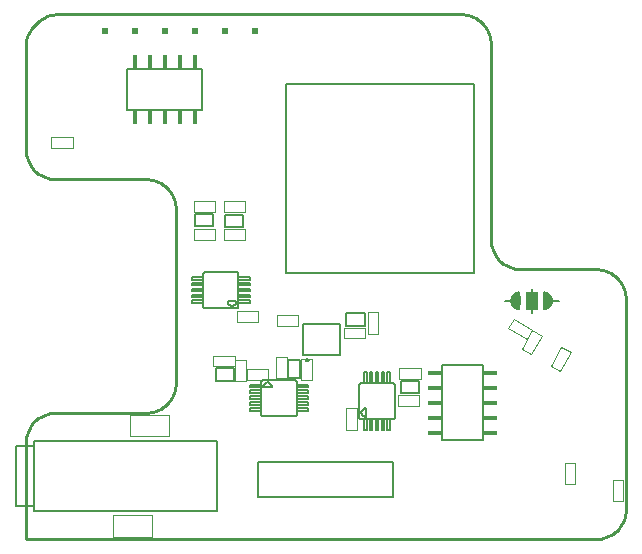
<source format=gbr>
G04 EAGLE Gerber RS-274X export*
G75*
%MOMM*%
%FSLAX34Y34*%
%LPD*%
%INReference Designators*%
%IPPOS*%
%AMOC8*
5,1,8,0,0,1.08239X$1,22.5*%
G01*
%ADD10C,0.050000*%
%ADD11C,0.127000*%
%ADD12R,0.406400X1.206500*%
%ADD13R,1.206500X0.406400*%
%ADD14C,0.200000*%
%ADD15C,0.152400*%
%ADD16R,1.016000X1.524000*%
%ADD17R,0.609600X0.609600*%
%ADD18C,0.050800*%
%ADD19C,0.254000*%


D10*
X333358Y122102D02*
X333358Y113102D01*
X315358Y113102D01*
X315358Y122102D01*
X333358Y122102D01*
X334374Y135962D02*
X334374Y144962D01*
X334374Y135962D02*
X316374Y135962D01*
X316374Y144962D01*
X334374Y144962D01*
X287638Y170252D02*
X287638Y179252D01*
X287638Y170252D02*
X269638Y170252D01*
X269638Y179252D01*
X287638Y179252D01*
X289632Y192134D02*
X298632Y192134D01*
X298632Y174134D01*
X289632Y174134D01*
X289632Y192134D01*
X142130Y277440D02*
X142130Y286440D01*
X160130Y286440D01*
X160130Y277440D01*
X142130Y277440D01*
X142130Y262310D02*
X142130Y253310D01*
X142130Y262310D02*
X160130Y262310D01*
X160130Y253310D01*
X142130Y253310D01*
X185530Y253310D02*
X185530Y262310D01*
X185530Y253310D02*
X167530Y253310D01*
X167530Y262310D01*
X185530Y262310D01*
X185530Y277440D02*
X185530Y286440D01*
X185530Y277440D02*
X167530Y277440D01*
X167530Y286440D01*
X185530Y286440D01*
X233498Y152510D02*
X242498Y152510D01*
X242498Y134510D01*
X233498Y134510D01*
X233498Y152510D01*
X221162Y154288D02*
X212162Y154288D01*
X221162Y154288D02*
X221162Y136288D01*
X212162Y136288D01*
X212162Y154288D01*
X230742Y180920D02*
X230742Y189920D01*
X230742Y180920D02*
X212742Y180920D01*
X212742Y189920D01*
X230742Y189920D01*
D11*
X149352Y363855D02*
X149352Y398145D01*
X149352Y363855D02*
X85852Y363855D01*
X85852Y398145D02*
X149352Y398145D01*
X85852Y398145D02*
X85852Y363855D01*
D12*
X117602Y404178D03*
X130302Y404178D03*
X143002Y404178D03*
X104902Y404178D03*
X92202Y404178D03*
X117602Y357823D03*
X104902Y357823D03*
X92202Y357823D03*
X130302Y357823D03*
X143002Y357823D03*
D11*
X197000Y65500D02*
X311000Y65500D01*
X311000Y36100D01*
X197000Y36100D01*
X197000Y65500D01*
X352679Y83820D02*
X386969Y83820D01*
X352679Y83820D02*
X352679Y147320D01*
X386969Y147320D02*
X386969Y83820D01*
X386969Y147320D02*
X352679Y147320D01*
D13*
X393002Y115570D03*
X393002Y102870D03*
X393002Y90170D03*
X393002Y128270D03*
X393002Y140970D03*
X346647Y115570D03*
X346647Y128270D03*
X346647Y140970D03*
X346647Y102870D03*
X346647Y90170D03*
D11*
X234444Y155910D02*
X234444Y181910D01*
X266444Y181910D01*
X266444Y155910D01*
X234444Y155910D01*
D14*
X237444Y151910D02*
X237446Y151973D01*
X237452Y152035D01*
X237462Y152097D01*
X237475Y152159D01*
X237493Y152219D01*
X237514Y152278D01*
X237539Y152336D01*
X237568Y152392D01*
X237600Y152446D01*
X237635Y152498D01*
X237673Y152547D01*
X237715Y152595D01*
X237759Y152639D01*
X237807Y152681D01*
X237856Y152719D01*
X237908Y152754D01*
X237962Y152786D01*
X238018Y152815D01*
X238076Y152840D01*
X238135Y152861D01*
X238195Y152879D01*
X238257Y152892D01*
X238319Y152902D01*
X238381Y152908D01*
X238444Y152910D01*
X238507Y152908D01*
X238569Y152902D01*
X238631Y152892D01*
X238693Y152879D01*
X238753Y152861D01*
X238812Y152840D01*
X238870Y152815D01*
X238926Y152786D01*
X238980Y152754D01*
X239032Y152719D01*
X239081Y152681D01*
X239129Y152639D01*
X239173Y152595D01*
X239215Y152547D01*
X239253Y152498D01*
X239288Y152446D01*
X239320Y152392D01*
X239349Y152336D01*
X239374Y152278D01*
X239395Y152219D01*
X239413Y152159D01*
X239426Y152097D01*
X239436Y152035D01*
X239442Y151973D01*
X239444Y151910D01*
X239442Y151847D01*
X239436Y151785D01*
X239426Y151723D01*
X239413Y151661D01*
X239395Y151601D01*
X239374Y151542D01*
X239349Y151484D01*
X239320Y151428D01*
X239288Y151374D01*
X239253Y151322D01*
X239215Y151273D01*
X239173Y151225D01*
X239129Y151181D01*
X239081Y151139D01*
X239032Y151101D01*
X238980Y151066D01*
X238926Y151034D01*
X238870Y151005D01*
X238812Y150980D01*
X238753Y150959D01*
X238693Y150941D01*
X238631Y150928D01*
X238569Y150918D01*
X238507Y150912D01*
X238444Y150910D01*
X238381Y150912D01*
X238319Y150918D01*
X238257Y150928D01*
X238195Y150941D01*
X238135Y150959D01*
X238076Y150980D01*
X238018Y151005D01*
X237962Y151034D01*
X237908Y151066D01*
X237856Y151101D01*
X237807Y151139D01*
X237759Y151181D01*
X237715Y151225D01*
X237673Y151273D01*
X237635Y151322D01*
X237600Y151374D01*
X237568Y151428D01*
X237539Y151484D01*
X237514Y151542D01*
X237493Y151601D01*
X237475Y151661D01*
X237462Y151723D01*
X237452Y151785D01*
X237446Y151847D01*
X237444Y151910D01*
D15*
X446108Y202075D02*
X451188Y202066D01*
X410548Y202137D02*
X405468Y202146D01*
X428341Y209726D02*
X428346Y212266D01*
X428315Y194486D02*
X428310Y191946D01*
D11*
X439109Y195131D02*
X438488Y202088D01*
X438489Y202088D02*
X438489Y202088D01*
X439134Y209043D01*
X439304Y209025D01*
X439474Y209003D01*
X439642Y208977D01*
X439811Y208947D01*
X439978Y208912D01*
X440144Y208874D01*
X440310Y208831D01*
X440474Y208785D01*
X440637Y208734D01*
X440799Y208679D01*
X440960Y208621D01*
X441119Y208559D01*
X441276Y208492D01*
X441432Y208422D01*
X441586Y208348D01*
X441738Y208271D01*
X441889Y208189D01*
X442037Y208104D01*
X442183Y208016D01*
X442327Y207924D01*
X442468Y207828D01*
X442608Y207729D01*
X442744Y207626D01*
X442879Y207521D01*
X443010Y207412D01*
X443139Y207299D01*
X443265Y207184D01*
X443388Y207066D01*
X443509Y206944D01*
X443626Y206820D01*
X443740Y206693D01*
X443851Y206563D01*
X443959Y206431D01*
X444064Y206296D01*
X444165Y206158D01*
X444263Y206018D01*
X444357Y205875D01*
X444448Y205731D01*
X444535Y205584D01*
X444619Y205435D01*
X444699Y205284D01*
X444775Y205131D01*
X444848Y204976D01*
X444917Y204820D01*
X444981Y204662D01*
X445042Y204502D01*
X445100Y204341D01*
X445153Y204179D01*
X445202Y204015D01*
X445247Y203851D01*
X445288Y203685D01*
X445325Y203518D01*
X445358Y203350D01*
X445387Y203182D01*
X445412Y203013D01*
X445432Y202843D01*
X445448Y202673D01*
X445461Y202503D01*
X445469Y202332D01*
X445473Y202161D01*
X445472Y201990D01*
X445468Y201820D01*
X445459Y201649D01*
X445446Y201479D01*
X445429Y201309D01*
X445408Y201139D01*
X445383Y200970D01*
X445354Y200802D01*
X445320Y200634D01*
X445282Y200468D01*
X445241Y200302D01*
X445195Y200137D01*
X445145Y199974D01*
X445092Y199812D01*
X445034Y199651D01*
X444972Y199491D01*
X444907Y199334D01*
X444838Y199177D01*
X444765Y199023D01*
X444688Y198870D01*
X444607Y198720D01*
X444523Y198571D01*
X444435Y198424D01*
X444344Y198280D01*
X444249Y198138D01*
X444151Y197998D01*
X444049Y197861D01*
X443944Y197726D01*
X443835Y197594D01*
X443724Y197465D01*
X443609Y197338D01*
X443492Y197214D01*
X443371Y197093D01*
X443247Y196975D01*
X443121Y196860D01*
X442992Y196749D01*
X442860Y196640D01*
X442725Y196535D01*
X442588Y196433D01*
X442448Y196334D01*
X442306Y196239D01*
X442162Y196147D01*
X442016Y196059D01*
X441867Y195975D01*
X441717Y195894D01*
X441564Y195817D01*
X441410Y195744D01*
X441254Y195674D01*
X441096Y195608D01*
X440937Y195546D01*
X440776Y195488D01*
X440614Y195434D01*
X440451Y195384D01*
X440286Y195338D01*
X440121Y195296D01*
X439954Y195259D01*
X439787Y195225D01*
X439618Y195195D01*
X439449Y195169D01*
X439280Y195148D01*
X439110Y195131D01*
X439112Y196343D01*
X439261Y196361D01*
X439410Y196383D01*
X439559Y196409D01*
X439707Y196439D01*
X439854Y196473D01*
X440000Y196510D01*
X440145Y196552D01*
X440289Y196597D01*
X440431Y196645D01*
X440572Y196698D01*
X440712Y196754D01*
X440851Y196814D01*
X440987Y196877D01*
X441123Y196944D01*
X441256Y197015D01*
X441387Y197089D01*
X441517Y197166D01*
X441644Y197247D01*
X441769Y197331D01*
X441892Y197418D01*
X442013Y197508D01*
X442131Y197602D01*
X442247Y197698D01*
X442360Y197798D01*
X442471Y197900D01*
X442579Y198006D01*
X442684Y198114D01*
X442786Y198225D01*
X442885Y198338D01*
X442981Y198454D01*
X443075Y198573D01*
X443165Y198693D01*
X443252Y198817D01*
X443336Y198942D01*
X443416Y199069D01*
X443493Y199199D01*
X443567Y199331D01*
X443637Y199464D01*
X443704Y199599D01*
X443767Y199736D01*
X443826Y199875D01*
X443882Y200015D01*
X443934Y200156D01*
X443983Y200299D01*
X444028Y200443D01*
X444069Y200588D01*
X444106Y200734D01*
X444139Y200881D01*
X444169Y201029D01*
X444195Y201177D01*
X444217Y201326D01*
X444235Y201476D01*
X444249Y201626D01*
X444259Y201777D01*
X444265Y201927D01*
X444267Y202078D01*
X444265Y202229D01*
X444260Y202379D01*
X444250Y202530D01*
X444237Y202680D01*
X444219Y202830D01*
X444198Y202979D01*
X444173Y203128D01*
X444144Y203275D01*
X444111Y203423D01*
X444074Y203569D01*
X444034Y203714D01*
X443989Y203858D01*
X443941Y204001D01*
X443889Y204143D01*
X443834Y204283D01*
X443775Y204422D01*
X443712Y204559D01*
X443646Y204694D01*
X443576Y204828D01*
X443503Y204960D01*
X443426Y205089D01*
X443347Y205217D01*
X443263Y205343D01*
X443177Y205466D01*
X443087Y205587D01*
X442994Y205706D01*
X442898Y205823D01*
X442799Y205936D01*
X442697Y206047D01*
X442593Y206156D01*
X442485Y206262D01*
X442375Y206364D01*
X442262Y206464D01*
X442147Y206561D01*
X442029Y206655D01*
X441908Y206746D01*
X441786Y206834D01*
X441661Y206918D01*
X441534Y206999D01*
X441405Y207077D01*
X441274Y207151D01*
X441140Y207222D01*
X441006Y207290D01*
X440869Y207354D01*
X440731Y207414D01*
X440591Y207471D01*
X440450Y207524D01*
X440308Y207573D01*
X440164Y207619D01*
X440019Y207660D01*
X439873Y207699D01*
X439726Y207733D01*
X439579Y207763D01*
X439430Y207790D01*
X439281Y207812D01*
X439132Y207831D01*
X439129Y206616D01*
X439261Y206595D01*
X439392Y206571D01*
X439523Y206542D01*
X439653Y206510D01*
X439781Y206474D01*
X439909Y206435D01*
X440035Y206391D01*
X440160Y206344D01*
X440284Y206294D01*
X440406Y206239D01*
X440527Y206181D01*
X440645Y206120D01*
X440762Y206055D01*
X440877Y205987D01*
X440990Y205916D01*
X441101Y205841D01*
X441209Y205763D01*
X441316Y205682D01*
X441419Y205598D01*
X441521Y205511D01*
X441619Y205421D01*
X441716Y205328D01*
X441809Y205232D01*
X441899Y205134D01*
X441987Y205033D01*
X442071Y204929D01*
X442153Y204823D01*
X442231Y204715D01*
X442306Y204604D01*
X442378Y204492D01*
X442447Y204377D01*
X442512Y204261D01*
X442574Y204142D01*
X442632Y204022D01*
X442687Y203900D01*
X442738Y203776D01*
X442785Y203651D01*
X442829Y203525D01*
X442869Y203398D01*
X442906Y203269D01*
X442938Y203140D01*
X442967Y203009D01*
X442992Y202878D01*
X443013Y202746D01*
X443031Y202613D01*
X443044Y202480D01*
X443054Y202347D01*
X443059Y202214D01*
X443061Y202080D01*
X443059Y201946D01*
X443053Y201813D01*
X443043Y201680D01*
X443029Y201547D01*
X443011Y201414D01*
X442989Y201282D01*
X442964Y201151D01*
X442935Y201021D01*
X442902Y200891D01*
X442865Y200763D01*
X442824Y200636D01*
X442780Y200510D01*
X442732Y200385D01*
X442680Y200262D01*
X442625Y200140D01*
X442567Y200020D01*
X442504Y199901D01*
X442439Y199785D01*
X442370Y199671D01*
X442298Y199558D01*
X442222Y199448D01*
X442143Y199340D01*
X442061Y199234D01*
X441976Y199131D01*
X441889Y199030D01*
X441798Y198932D01*
X441704Y198837D01*
X441608Y198744D01*
X441509Y198655D01*
X441407Y198568D01*
X441303Y198484D01*
X441197Y198403D01*
X441088Y198326D01*
X440977Y198252D01*
X440864Y198180D01*
X440748Y198113D01*
X440631Y198048D01*
X440512Y197987D01*
X440392Y197930D01*
X440269Y197876D01*
X440145Y197826D01*
X440020Y197779D01*
X439894Y197736D01*
X439766Y197697D01*
X439637Y197662D01*
X439507Y197630D01*
X439377Y197602D01*
X439245Y197578D01*
X439113Y197558D01*
X439113Y198780D01*
X439226Y198803D01*
X439338Y198830D01*
X439448Y198861D01*
X439558Y198896D01*
X439666Y198934D01*
X439773Y198976D01*
X439879Y199022D01*
X439982Y199071D01*
X440084Y199124D01*
X440185Y199180D01*
X440283Y199239D01*
X440379Y199302D01*
X440473Y199368D01*
X440565Y199438D01*
X440654Y199510D01*
X440741Y199586D01*
X440825Y199664D01*
X440906Y199745D01*
X440985Y199829D01*
X441060Y199915D01*
X441133Y200004D01*
X441202Y200096D01*
X441269Y200190D01*
X441332Y200286D01*
X441392Y200384D01*
X441448Y200484D01*
X441501Y200586D01*
X441551Y200689D01*
X441597Y200795D01*
X441639Y200902D01*
X441678Y201010D01*
X441713Y201119D01*
X441744Y201230D01*
X441771Y201341D01*
X441795Y201454D01*
X441814Y201567D01*
X441830Y201681D01*
X441842Y201795D01*
X441850Y201910D01*
X441854Y202025D01*
X441855Y202140D01*
X441851Y202254D01*
X441843Y202369D01*
X441832Y202483D01*
X441816Y202597D01*
X441797Y202711D01*
X441774Y202823D01*
X441747Y202935D01*
X441716Y203045D01*
X441681Y203155D01*
X441643Y203263D01*
X441601Y203370D01*
X441556Y203476D01*
X441507Y203580D01*
X441454Y203682D01*
X441398Y203782D01*
X441338Y203880D01*
X441275Y203977D01*
X441209Y204071D01*
X441140Y204162D01*
X441068Y204252D01*
X440992Y204338D01*
X440914Y204423D01*
X440833Y204504D01*
X440749Y204583D01*
X440663Y204658D01*
X440574Y204731D01*
X440483Y204801D01*
X440389Y204867D01*
X440293Y204930D01*
X440195Y204990D01*
X440095Y205047D01*
X439993Y205100D01*
X439889Y205150D01*
X439784Y205196D01*
X439677Y205238D01*
X439569Y205277D01*
X439460Y205312D01*
X439349Y205343D01*
X439237Y205371D01*
X439125Y205394D01*
X439118Y204155D01*
X439205Y204127D01*
X439291Y204094D01*
X439376Y204058D01*
X439459Y204019D01*
X439540Y203976D01*
X439619Y203929D01*
X439697Y203879D01*
X439772Y203826D01*
X439845Y203770D01*
X439915Y203711D01*
X439983Y203649D01*
X440048Y203584D01*
X440110Y203516D01*
X440169Y203446D01*
X440226Y203373D01*
X440279Y203298D01*
X440328Y203220D01*
X440375Y203141D01*
X440418Y203060D01*
X440458Y202977D01*
X440494Y202892D01*
X440526Y202806D01*
X440555Y202719D01*
X440580Y202630D01*
X440601Y202541D01*
X440618Y202450D01*
X440632Y202359D01*
X440641Y202268D01*
X440647Y202176D01*
X440649Y202084D01*
X440647Y201992D01*
X440641Y201900D01*
X440631Y201809D01*
X440617Y201718D01*
X440599Y201628D01*
X440578Y201538D01*
X440553Y201450D01*
X440524Y201363D01*
X440491Y201277D01*
X440455Y201192D01*
X440415Y201109D01*
X440371Y201028D01*
X440325Y200949D01*
X440274Y200872D01*
X440221Y200797D01*
X440165Y200724D01*
X440105Y200654D01*
X440043Y200587D01*
X439977Y200522D01*
X439909Y200460D01*
X439839Y200401D01*
X439766Y200345D01*
X439690Y200292D01*
X439613Y200243D01*
X439533Y200197D01*
X439452Y200154D01*
X439369Y200115D01*
X439284Y200079D01*
X439198Y200047D01*
X439110Y200019D01*
X439076Y201335D01*
X439122Y201374D01*
X439165Y201415D01*
X439206Y201458D01*
X439244Y201504D01*
X439279Y201553D01*
X439311Y201603D01*
X439339Y201655D01*
X439365Y201709D01*
X439387Y201765D01*
X439405Y201821D01*
X439420Y201879D01*
X439431Y201938D01*
X439439Y201997D01*
X439442Y202057D01*
X439443Y202116D01*
X439439Y202176D01*
X439432Y202235D01*
X439421Y202294D01*
X439406Y202351D01*
X439388Y202408D01*
X439366Y202464D01*
X439341Y202518D01*
X439312Y202570D01*
X439281Y202621D01*
X439246Y202669D01*
X439208Y202715D01*
X439167Y202759D01*
X439124Y202800D01*
X439079Y202839D01*
X417547Y209081D02*
X418168Y202124D01*
X418167Y202124D02*
X418167Y202124D01*
X417522Y195169D01*
X417352Y195187D01*
X417182Y195209D01*
X417014Y195235D01*
X416845Y195265D01*
X416678Y195300D01*
X416512Y195338D01*
X416346Y195381D01*
X416182Y195427D01*
X416019Y195478D01*
X415857Y195533D01*
X415696Y195591D01*
X415537Y195653D01*
X415380Y195720D01*
X415224Y195790D01*
X415070Y195864D01*
X414918Y195941D01*
X414767Y196023D01*
X414619Y196108D01*
X414473Y196196D01*
X414329Y196288D01*
X414188Y196384D01*
X414048Y196483D01*
X413912Y196586D01*
X413777Y196691D01*
X413646Y196800D01*
X413517Y196913D01*
X413391Y197028D01*
X413268Y197146D01*
X413147Y197268D01*
X413030Y197392D01*
X412916Y197519D01*
X412805Y197649D01*
X412697Y197781D01*
X412592Y197916D01*
X412491Y198054D01*
X412393Y198194D01*
X412299Y198337D01*
X412208Y198481D01*
X412121Y198628D01*
X412037Y198777D01*
X411957Y198928D01*
X411881Y199081D01*
X411808Y199236D01*
X411739Y199392D01*
X411675Y199550D01*
X411614Y199710D01*
X411556Y199871D01*
X411503Y200033D01*
X411454Y200197D01*
X411409Y200361D01*
X411368Y200527D01*
X411331Y200694D01*
X411298Y200862D01*
X411269Y201030D01*
X411244Y201199D01*
X411224Y201369D01*
X411208Y201539D01*
X411195Y201709D01*
X411187Y201880D01*
X411183Y202051D01*
X411184Y202222D01*
X411188Y202392D01*
X411197Y202563D01*
X411210Y202733D01*
X411227Y202903D01*
X411248Y203073D01*
X411273Y203242D01*
X411302Y203410D01*
X411336Y203578D01*
X411374Y203744D01*
X411415Y203910D01*
X411461Y204075D01*
X411511Y204238D01*
X411564Y204400D01*
X411622Y204561D01*
X411684Y204721D01*
X411749Y204878D01*
X411818Y205035D01*
X411891Y205189D01*
X411968Y205342D01*
X412049Y205492D01*
X412133Y205641D01*
X412221Y205788D01*
X412312Y205932D01*
X412407Y206074D01*
X412505Y206214D01*
X412607Y206351D01*
X412712Y206486D01*
X412821Y206618D01*
X412932Y206747D01*
X413047Y206874D01*
X413164Y206998D01*
X413285Y207119D01*
X413409Y207237D01*
X413535Y207352D01*
X413664Y207463D01*
X413796Y207572D01*
X413931Y207677D01*
X414068Y207779D01*
X414208Y207878D01*
X414350Y207973D01*
X414494Y208065D01*
X414640Y208153D01*
X414789Y208237D01*
X414939Y208318D01*
X415092Y208395D01*
X415246Y208468D01*
X415402Y208538D01*
X415560Y208604D01*
X415719Y208666D01*
X415880Y208724D01*
X416042Y208778D01*
X416205Y208828D01*
X416370Y208874D01*
X416535Y208916D01*
X416702Y208953D01*
X416869Y208987D01*
X417038Y209017D01*
X417207Y209043D01*
X417376Y209064D01*
X417546Y209081D01*
X417544Y207869D01*
X417395Y207851D01*
X417246Y207829D01*
X417097Y207803D01*
X416949Y207773D01*
X416802Y207739D01*
X416656Y207702D01*
X416511Y207660D01*
X416367Y207615D01*
X416225Y207567D01*
X416084Y207514D01*
X415944Y207458D01*
X415805Y207398D01*
X415669Y207335D01*
X415533Y207268D01*
X415400Y207197D01*
X415269Y207123D01*
X415139Y207046D01*
X415012Y206965D01*
X414887Y206881D01*
X414764Y206794D01*
X414643Y206704D01*
X414525Y206610D01*
X414409Y206514D01*
X414296Y206414D01*
X414185Y206312D01*
X414077Y206206D01*
X413972Y206098D01*
X413870Y205987D01*
X413771Y205874D01*
X413675Y205758D01*
X413581Y205639D01*
X413491Y205519D01*
X413404Y205395D01*
X413320Y205270D01*
X413240Y205143D01*
X413163Y205013D01*
X413089Y204881D01*
X413019Y204748D01*
X412952Y204613D01*
X412889Y204476D01*
X412830Y204337D01*
X412774Y204197D01*
X412722Y204056D01*
X412673Y203913D01*
X412628Y203769D01*
X412587Y203624D01*
X412550Y203478D01*
X412517Y203331D01*
X412487Y203183D01*
X412461Y203035D01*
X412439Y202886D01*
X412421Y202736D01*
X412407Y202586D01*
X412397Y202435D01*
X412391Y202285D01*
X412389Y202134D01*
X412391Y201983D01*
X412396Y201833D01*
X412406Y201682D01*
X412419Y201532D01*
X412437Y201382D01*
X412458Y201233D01*
X412483Y201084D01*
X412512Y200937D01*
X412545Y200789D01*
X412582Y200643D01*
X412622Y200498D01*
X412667Y200354D01*
X412715Y200211D01*
X412767Y200069D01*
X412822Y199929D01*
X412881Y199790D01*
X412944Y199653D01*
X413010Y199518D01*
X413080Y199384D01*
X413153Y199252D01*
X413230Y199123D01*
X413309Y198995D01*
X413393Y198869D01*
X413479Y198746D01*
X413569Y198625D01*
X413662Y198506D01*
X413758Y198389D01*
X413857Y198276D01*
X413959Y198165D01*
X414063Y198056D01*
X414171Y197950D01*
X414281Y197848D01*
X414394Y197748D01*
X414509Y197651D01*
X414627Y197557D01*
X414748Y197466D01*
X414870Y197378D01*
X414995Y197294D01*
X415122Y197213D01*
X415251Y197135D01*
X415382Y197061D01*
X415516Y196990D01*
X415650Y196922D01*
X415787Y196858D01*
X415925Y196798D01*
X416065Y196741D01*
X416206Y196688D01*
X416348Y196639D01*
X416492Y196593D01*
X416637Y196552D01*
X416783Y196513D01*
X416930Y196479D01*
X417077Y196449D01*
X417226Y196422D01*
X417375Y196400D01*
X417524Y196381D01*
X417527Y197596D01*
X417395Y197617D01*
X417264Y197641D01*
X417133Y197670D01*
X417003Y197702D01*
X416875Y197738D01*
X416747Y197777D01*
X416621Y197821D01*
X416496Y197868D01*
X416372Y197918D01*
X416250Y197973D01*
X416129Y198031D01*
X416011Y198092D01*
X415894Y198157D01*
X415779Y198225D01*
X415666Y198296D01*
X415555Y198371D01*
X415447Y198449D01*
X415340Y198530D01*
X415237Y198614D01*
X415135Y198701D01*
X415037Y198791D01*
X414940Y198884D01*
X414847Y198980D01*
X414757Y199078D01*
X414669Y199179D01*
X414585Y199283D01*
X414503Y199389D01*
X414425Y199497D01*
X414350Y199608D01*
X414278Y199720D01*
X414209Y199835D01*
X414144Y199951D01*
X414082Y200070D01*
X414024Y200190D01*
X413969Y200312D01*
X413918Y200436D01*
X413871Y200561D01*
X413827Y200687D01*
X413787Y200814D01*
X413750Y200943D01*
X413718Y201072D01*
X413689Y201203D01*
X413664Y201334D01*
X413643Y201466D01*
X413625Y201599D01*
X413612Y201732D01*
X413602Y201865D01*
X413597Y201998D01*
X413595Y202132D01*
X413597Y202266D01*
X413603Y202399D01*
X413613Y202532D01*
X413627Y202665D01*
X413645Y202798D01*
X413667Y202930D01*
X413692Y203061D01*
X413721Y203191D01*
X413754Y203321D01*
X413791Y203449D01*
X413832Y203576D01*
X413876Y203702D01*
X413924Y203827D01*
X413976Y203950D01*
X414031Y204072D01*
X414089Y204192D01*
X414152Y204311D01*
X414217Y204427D01*
X414286Y204541D01*
X414358Y204654D01*
X414434Y204764D01*
X414513Y204872D01*
X414595Y204978D01*
X414680Y205081D01*
X414767Y205182D01*
X414858Y205280D01*
X414952Y205375D01*
X415048Y205468D01*
X415147Y205557D01*
X415249Y205644D01*
X415353Y205728D01*
X415459Y205809D01*
X415568Y205886D01*
X415679Y205960D01*
X415792Y206032D01*
X415908Y206099D01*
X416025Y206164D01*
X416144Y206225D01*
X416264Y206282D01*
X416387Y206336D01*
X416511Y206386D01*
X416636Y206433D01*
X416762Y206476D01*
X416890Y206515D01*
X417019Y206550D01*
X417149Y206582D01*
X417279Y206610D01*
X417411Y206634D01*
X417543Y206654D01*
X417543Y205432D01*
X417430Y205409D01*
X417318Y205382D01*
X417208Y205351D01*
X417098Y205316D01*
X416990Y205278D01*
X416883Y205236D01*
X416777Y205190D01*
X416674Y205141D01*
X416572Y205088D01*
X416471Y205032D01*
X416373Y204973D01*
X416277Y204910D01*
X416183Y204844D01*
X416091Y204774D01*
X416002Y204702D01*
X415915Y204626D01*
X415831Y204548D01*
X415750Y204467D01*
X415671Y204383D01*
X415596Y204297D01*
X415523Y204208D01*
X415454Y204116D01*
X415387Y204022D01*
X415324Y203926D01*
X415264Y203828D01*
X415208Y203728D01*
X415155Y203626D01*
X415105Y203523D01*
X415059Y203417D01*
X415017Y203310D01*
X414978Y203202D01*
X414943Y203093D01*
X414912Y202982D01*
X414885Y202871D01*
X414861Y202758D01*
X414842Y202645D01*
X414826Y202531D01*
X414814Y202417D01*
X414806Y202302D01*
X414802Y202187D01*
X414801Y202072D01*
X414805Y201958D01*
X414813Y201843D01*
X414824Y201729D01*
X414840Y201615D01*
X414859Y201501D01*
X414882Y201389D01*
X414909Y201277D01*
X414940Y201167D01*
X414975Y201057D01*
X415013Y200949D01*
X415055Y200842D01*
X415100Y200736D01*
X415149Y200632D01*
X415202Y200530D01*
X415258Y200430D01*
X415318Y200332D01*
X415381Y200235D01*
X415447Y200141D01*
X415516Y200050D01*
X415588Y199960D01*
X415664Y199874D01*
X415742Y199789D01*
X415823Y199708D01*
X415907Y199629D01*
X415993Y199554D01*
X416082Y199481D01*
X416173Y199411D01*
X416267Y199345D01*
X416363Y199282D01*
X416461Y199222D01*
X416561Y199165D01*
X416663Y199112D01*
X416767Y199062D01*
X416872Y199016D01*
X416979Y198974D01*
X417087Y198935D01*
X417196Y198900D01*
X417307Y198869D01*
X417419Y198841D01*
X417531Y198818D01*
X417538Y200057D01*
X417451Y200085D01*
X417365Y200118D01*
X417280Y200154D01*
X417197Y200193D01*
X417116Y200236D01*
X417037Y200283D01*
X416959Y200333D01*
X416884Y200386D01*
X416811Y200442D01*
X416741Y200501D01*
X416673Y200563D01*
X416608Y200628D01*
X416546Y200696D01*
X416487Y200766D01*
X416430Y200839D01*
X416377Y200914D01*
X416328Y200992D01*
X416281Y201071D01*
X416238Y201152D01*
X416198Y201235D01*
X416162Y201320D01*
X416130Y201406D01*
X416101Y201493D01*
X416076Y201582D01*
X416055Y201671D01*
X416038Y201762D01*
X416024Y201853D01*
X416015Y201944D01*
X416009Y202036D01*
X416007Y202128D01*
X416009Y202220D01*
X416015Y202312D01*
X416025Y202403D01*
X416039Y202494D01*
X416057Y202584D01*
X416078Y202674D01*
X416103Y202762D01*
X416132Y202849D01*
X416165Y202935D01*
X416201Y203020D01*
X416241Y203103D01*
X416285Y203184D01*
X416331Y203263D01*
X416382Y203340D01*
X416435Y203415D01*
X416491Y203488D01*
X416551Y203558D01*
X416613Y203625D01*
X416679Y203690D01*
X416747Y203752D01*
X416817Y203811D01*
X416890Y203867D01*
X416966Y203920D01*
X417043Y203969D01*
X417123Y204015D01*
X417204Y204058D01*
X417287Y204097D01*
X417372Y204133D01*
X417458Y204165D01*
X417546Y204193D01*
X417580Y202877D01*
X417534Y202838D01*
X417491Y202797D01*
X417450Y202754D01*
X417412Y202708D01*
X417377Y202659D01*
X417345Y202609D01*
X417317Y202557D01*
X417291Y202503D01*
X417269Y202447D01*
X417251Y202391D01*
X417236Y202333D01*
X417225Y202274D01*
X417217Y202215D01*
X417214Y202155D01*
X417213Y202096D01*
X417217Y202036D01*
X417224Y201977D01*
X417235Y201918D01*
X417250Y201861D01*
X417268Y201804D01*
X417290Y201748D01*
X417315Y201694D01*
X417344Y201642D01*
X417375Y201591D01*
X417410Y201543D01*
X417448Y201497D01*
X417489Y201453D01*
X417532Y201412D01*
X417577Y201373D01*
D16*
G36*
X433394Y194478D02*
X423235Y194495D01*
X423262Y209734D01*
X433421Y209717D01*
X433394Y194478D01*
G37*
D11*
X333074Y134282D02*
X317674Y134282D01*
X317674Y123782D01*
X333074Y123782D01*
X333074Y134282D01*
X222080Y136318D02*
X222080Y151718D01*
X222080Y136318D02*
X232580Y136318D01*
X232580Y151718D01*
X222080Y151718D01*
D15*
X239014Y130810D02*
X239014Y128524D01*
X229362Y128524D02*
X229362Y130810D01*
X229362Y128524D02*
X239014Y128524D01*
X239014Y130810D02*
X229362Y130810D01*
X239014Y125984D02*
X239014Y123698D01*
X229362Y123698D02*
X229362Y125984D01*
X229362Y123698D02*
X239014Y123698D01*
X239014Y125984D02*
X229362Y125984D01*
X239014Y120904D02*
X239014Y118618D01*
X229362Y118618D02*
X229362Y120904D01*
X229362Y118618D02*
X239014Y118618D01*
X239014Y120904D02*
X229362Y120904D01*
X239014Y115824D02*
X239014Y113538D01*
X229362Y113538D02*
X229362Y115824D01*
X229362Y113538D02*
X239014Y113538D01*
X239014Y115824D02*
X229362Y115824D01*
X239014Y110998D02*
X239014Y108712D01*
X229362Y108712D02*
X229362Y110998D01*
X229362Y108712D02*
X239014Y108712D01*
X239014Y110998D02*
X229362Y110998D01*
X189992Y128524D02*
X189992Y130810D01*
X199390Y130810D02*
X199390Y128524D01*
X189992Y128524D01*
X189992Y130810D02*
X199390Y130810D01*
X189992Y125984D02*
X189992Y123698D01*
X199390Y123698D02*
X199390Y125984D01*
X199390Y123698D02*
X189992Y123698D01*
X189992Y125984D02*
X199390Y125984D01*
X189992Y120904D02*
X189992Y118618D01*
X199390Y118618D02*
X199390Y120904D01*
X199390Y118618D02*
X189992Y118618D01*
X189992Y120904D02*
X199390Y120904D01*
X189992Y115824D02*
X189992Y113538D01*
X199390Y113538D02*
X199390Y115824D01*
X199390Y113538D02*
X189992Y113538D01*
X189992Y115824D02*
X199390Y115824D01*
X189992Y110998D02*
X189992Y108712D01*
X199390Y108712D02*
X199390Y110998D01*
X199390Y108712D02*
X189992Y108712D01*
X189992Y110998D02*
X199390Y110998D01*
X201168Y129286D02*
X208280Y129286D01*
X229362Y133604D02*
X229362Y105918D01*
X228092Y104648D02*
X200660Y104648D01*
X200660Y134620D02*
X228092Y134620D01*
X199390Y133604D02*
X199390Y105918D01*
X199389Y105918D02*
X199393Y105847D01*
X199401Y105777D01*
X199412Y105707D01*
X199427Y105638D01*
X199446Y105570D01*
X199469Y105503D01*
X199495Y105437D01*
X199525Y105373D01*
X199558Y105310D01*
X199594Y105249D01*
X199634Y105191D01*
X199677Y105135D01*
X199723Y105081D01*
X199771Y105029D01*
X199823Y104981D01*
X199877Y104935D01*
X199933Y104892D01*
X199991Y104852D01*
X200052Y104816D01*
X200115Y104783D01*
X200179Y104753D01*
X200245Y104727D01*
X200312Y104704D01*
X200380Y104685D01*
X200449Y104670D01*
X200519Y104659D01*
X200589Y104651D01*
X200660Y104647D01*
X199390Y133604D02*
X199401Y133670D01*
X199416Y133734D01*
X199434Y133798D01*
X199455Y133861D01*
X199481Y133922D01*
X199509Y133982D01*
X199541Y134041D01*
X199577Y134097D01*
X199615Y134151D01*
X199656Y134203D01*
X199700Y134253D01*
X199747Y134300D01*
X199797Y134344D01*
X199848Y134386D01*
X199903Y134424D01*
X199959Y134459D01*
X200017Y134492D01*
X200077Y134521D01*
X200138Y134546D01*
X200201Y134568D01*
X200264Y134586D01*
X200329Y134601D01*
X200395Y134612D01*
X200461Y134620D01*
X200527Y134624D01*
X200593Y134624D01*
X200660Y134620D01*
X201168Y129286D02*
X201170Y129404D01*
X201176Y129521D01*
X201185Y129638D01*
X201199Y129755D01*
X201216Y129871D01*
X201238Y129987D01*
X201263Y130102D01*
X201292Y130216D01*
X201324Y130329D01*
X201361Y130441D01*
X201401Y130551D01*
X201444Y130660D01*
X201492Y130768D01*
X201542Y130874D01*
X201597Y130978D01*
X201654Y131081D01*
X201715Y131181D01*
X201780Y131280D01*
X201847Y131376D01*
X201918Y131470D01*
X201992Y131562D01*
X202068Y131651D01*
X202148Y131737D01*
X202230Y131821D01*
X202316Y131902D01*
X202403Y131980D01*
X202494Y132056D01*
X202587Y132128D01*
X202682Y132197D01*
X202779Y132263D01*
X202879Y132326D01*
X202980Y132385D01*
X203083Y132441D01*
X203189Y132493D01*
X203296Y132542D01*
X203404Y132588D01*
X203514Y132630D01*
X203625Y132668D01*
X203738Y132702D01*
X203851Y132733D01*
X203966Y132760D01*
X204081Y132783D01*
X204197Y132803D01*
X204313Y132818D01*
X204430Y132830D01*
X204548Y132838D01*
X204665Y132842D01*
X204783Y132842D01*
X204900Y132838D01*
X205018Y132830D01*
X205135Y132818D01*
X205251Y132803D01*
X205367Y132783D01*
X205482Y132760D01*
X205597Y132733D01*
X205710Y132702D01*
X205823Y132668D01*
X205934Y132630D01*
X206044Y132588D01*
X206152Y132542D01*
X206259Y132493D01*
X206365Y132441D01*
X206468Y132385D01*
X206569Y132326D01*
X206669Y132263D01*
X206766Y132197D01*
X206861Y132128D01*
X206954Y132056D01*
X207045Y131980D01*
X207132Y131902D01*
X207218Y131821D01*
X207300Y131737D01*
X207380Y131651D01*
X207456Y131562D01*
X207530Y131470D01*
X207601Y131376D01*
X207668Y131280D01*
X207733Y131181D01*
X207794Y131081D01*
X207851Y130978D01*
X207906Y130874D01*
X207956Y130768D01*
X208004Y130660D01*
X208047Y130551D01*
X208087Y130441D01*
X208124Y130329D01*
X208156Y130216D01*
X208185Y130102D01*
X208210Y129987D01*
X208232Y129871D01*
X208249Y129755D01*
X208263Y129638D01*
X208272Y129521D01*
X208278Y129404D01*
X208280Y129286D01*
X229363Y105918D02*
X229359Y105847D01*
X229351Y105777D01*
X229340Y105707D01*
X229325Y105638D01*
X229306Y105570D01*
X229283Y105503D01*
X229257Y105437D01*
X229227Y105373D01*
X229194Y105310D01*
X229158Y105249D01*
X229118Y105191D01*
X229075Y105135D01*
X229029Y105081D01*
X228981Y105029D01*
X228929Y104981D01*
X228875Y104935D01*
X228819Y104892D01*
X228761Y104852D01*
X228700Y104816D01*
X228637Y104783D01*
X228573Y104753D01*
X228507Y104727D01*
X228440Y104704D01*
X228372Y104685D01*
X228303Y104670D01*
X228233Y104659D01*
X228163Y104651D01*
X228092Y104647D01*
X229362Y133604D02*
X229351Y133670D01*
X229336Y133734D01*
X229318Y133798D01*
X229297Y133861D01*
X229271Y133922D01*
X229243Y133982D01*
X229211Y134041D01*
X229175Y134097D01*
X229137Y134151D01*
X229096Y134203D01*
X229052Y134253D01*
X229005Y134300D01*
X228955Y134344D01*
X228904Y134386D01*
X228849Y134424D01*
X228793Y134459D01*
X228735Y134492D01*
X228675Y134521D01*
X228614Y134546D01*
X228551Y134568D01*
X228488Y134586D01*
X228423Y134601D01*
X228357Y134612D01*
X228291Y134620D01*
X228225Y134624D01*
X228159Y134624D01*
X228092Y134620D01*
D11*
X219974Y385188D02*
X379974Y385188D01*
X379974Y225188D01*
X219974Y225188D01*
X219974Y385188D01*
D15*
X140462Y202184D02*
X140462Y199898D01*
X150114Y199898D02*
X150114Y202184D01*
X140462Y202184D01*
X140462Y199898D02*
X150114Y199898D01*
X140462Y204724D02*
X140462Y207010D01*
X150114Y207010D02*
X150114Y204724D01*
X150114Y207010D02*
X140462Y207010D01*
X140462Y204724D02*
X150114Y204724D01*
X140462Y209804D02*
X140462Y212090D01*
X150114Y212090D02*
X150114Y209804D01*
X150114Y212090D02*
X140462Y212090D01*
X140462Y209804D02*
X150114Y209804D01*
X140462Y214884D02*
X140462Y217170D01*
X150114Y217170D02*
X150114Y214884D01*
X150114Y217170D02*
X140462Y217170D01*
X140462Y214884D02*
X150114Y214884D01*
X140462Y219710D02*
X140462Y221996D01*
X150114Y221996D02*
X150114Y219710D01*
X150114Y221996D02*
X140462Y221996D01*
X140462Y219710D02*
X150114Y219710D01*
X189484Y202184D02*
X189484Y199898D01*
X180086Y199898D02*
X180086Y202184D01*
X189484Y202184D01*
X189484Y199898D02*
X180086Y199898D01*
X189484Y204724D02*
X189484Y207010D01*
X180086Y207010D02*
X180086Y204724D01*
X180086Y207010D02*
X189484Y207010D01*
X189484Y204724D02*
X180086Y204724D01*
X189484Y209804D02*
X189484Y212090D01*
X180086Y212090D02*
X180086Y209804D01*
X180086Y212090D02*
X189484Y212090D01*
X189484Y209804D02*
X180086Y209804D01*
X189484Y214884D02*
X189484Y217170D01*
X180086Y217170D02*
X180086Y214884D01*
X180086Y217170D02*
X189484Y217170D01*
X189484Y214884D02*
X180086Y214884D01*
X189484Y219710D02*
X189484Y221996D01*
X180086Y221996D02*
X180086Y219710D01*
X180086Y221996D02*
X189484Y221996D01*
X189484Y219710D02*
X180086Y219710D01*
X178308Y201422D02*
X171196Y201422D01*
X150114Y197104D02*
X150114Y224790D01*
X151384Y226060D02*
X178816Y226060D01*
X178816Y196088D02*
X151384Y196088D01*
X180086Y197104D02*
X180086Y224790D01*
X180087Y224790D02*
X180083Y224861D01*
X180075Y224931D01*
X180064Y225001D01*
X180049Y225070D01*
X180030Y225138D01*
X180007Y225205D01*
X179981Y225271D01*
X179951Y225335D01*
X179918Y225398D01*
X179882Y225459D01*
X179842Y225517D01*
X179799Y225573D01*
X179753Y225627D01*
X179705Y225679D01*
X179653Y225727D01*
X179599Y225773D01*
X179543Y225816D01*
X179485Y225856D01*
X179424Y225892D01*
X179361Y225925D01*
X179297Y225955D01*
X179231Y225981D01*
X179164Y226004D01*
X179096Y226023D01*
X179027Y226038D01*
X178957Y226049D01*
X178887Y226057D01*
X178816Y226061D01*
X180086Y197104D02*
X180075Y197038D01*
X180060Y196974D01*
X180042Y196910D01*
X180021Y196847D01*
X179995Y196786D01*
X179967Y196726D01*
X179935Y196667D01*
X179899Y196611D01*
X179861Y196557D01*
X179820Y196505D01*
X179776Y196455D01*
X179729Y196408D01*
X179679Y196364D01*
X179628Y196322D01*
X179573Y196284D01*
X179517Y196249D01*
X179459Y196216D01*
X179399Y196187D01*
X179338Y196162D01*
X179275Y196140D01*
X179212Y196122D01*
X179147Y196107D01*
X179081Y196096D01*
X179015Y196088D01*
X178949Y196084D01*
X178883Y196084D01*
X178816Y196088D01*
X178308Y201422D02*
X178306Y201304D01*
X178300Y201187D01*
X178291Y201070D01*
X178277Y200953D01*
X178260Y200837D01*
X178238Y200721D01*
X178213Y200606D01*
X178184Y200492D01*
X178152Y200379D01*
X178115Y200267D01*
X178075Y200157D01*
X178032Y200048D01*
X177984Y199940D01*
X177934Y199834D01*
X177879Y199730D01*
X177822Y199627D01*
X177761Y199527D01*
X177696Y199428D01*
X177629Y199332D01*
X177558Y199238D01*
X177484Y199146D01*
X177408Y199057D01*
X177328Y198971D01*
X177246Y198887D01*
X177160Y198806D01*
X177073Y198728D01*
X176982Y198652D01*
X176889Y198580D01*
X176794Y198511D01*
X176697Y198445D01*
X176597Y198382D01*
X176496Y198323D01*
X176393Y198267D01*
X176287Y198215D01*
X176180Y198166D01*
X176072Y198120D01*
X175962Y198078D01*
X175851Y198040D01*
X175738Y198006D01*
X175625Y197975D01*
X175510Y197948D01*
X175395Y197925D01*
X175279Y197905D01*
X175163Y197890D01*
X175046Y197878D01*
X174928Y197870D01*
X174811Y197866D01*
X174693Y197866D01*
X174576Y197870D01*
X174458Y197878D01*
X174341Y197890D01*
X174225Y197905D01*
X174109Y197925D01*
X173994Y197948D01*
X173879Y197975D01*
X173766Y198006D01*
X173653Y198040D01*
X173542Y198078D01*
X173432Y198120D01*
X173324Y198166D01*
X173217Y198215D01*
X173111Y198267D01*
X173008Y198323D01*
X172907Y198382D01*
X172807Y198445D01*
X172710Y198511D01*
X172615Y198580D01*
X172522Y198652D01*
X172431Y198728D01*
X172344Y198806D01*
X172258Y198887D01*
X172176Y198971D01*
X172096Y199057D01*
X172020Y199146D01*
X171946Y199238D01*
X171875Y199332D01*
X171808Y199428D01*
X171743Y199527D01*
X171682Y199627D01*
X171625Y199730D01*
X171570Y199834D01*
X171520Y199940D01*
X171472Y200048D01*
X171429Y200157D01*
X171389Y200267D01*
X171352Y200379D01*
X171320Y200492D01*
X171291Y200606D01*
X171266Y200721D01*
X171244Y200837D01*
X171227Y200953D01*
X171213Y201070D01*
X171204Y201187D01*
X171198Y201304D01*
X171196Y201422D01*
X150113Y224790D02*
X150117Y224861D01*
X150125Y224931D01*
X150136Y225001D01*
X150151Y225070D01*
X150170Y225138D01*
X150193Y225205D01*
X150219Y225271D01*
X150249Y225335D01*
X150282Y225398D01*
X150318Y225459D01*
X150358Y225517D01*
X150401Y225573D01*
X150447Y225627D01*
X150495Y225679D01*
X150547Y225727D01*
X150601Y225773D01*
X150657Y225816D01*
X150715Y225856D01*
X150776Y225892D01*
X150839Y225925D01*
X150903Y225955D01*
X150969Y225981D01*
X151036Y226004D01*
X151104Y226023D01*
X151173Y226038D01*
X151243Y226049D01*
X151313Y226057D01*
X151384Y226061D01*
X150114Y197104D02*
X150125Y197038D01*
X150140Y196974D01*
X150158Y196910D01*
X150179Y196847D01*
X150205Y196786D01*
X150233Y196726D01*
X150265Y196667D01*
X150301Y196611D01*
X150339Y196557D01*
X150380Y196505D01*
X150424Y196455D01*
X150471Y196408D01*
X150521Y196364D01*
X150572Y196322D01*
X150627Y196284D01*
X150683Y196249D01*
X150741Y196216D01*
X150801Y196187D01*
X150862Y196162D01*
X150925Y196140D01*
X150988Y196122D01*
X151053Y196107D01*
X151119Y196096D01*
X151185Y196088D01*
X151251Y196084D01*
X151317Y196084D01*
X151384Y196088D01*
X286258Y141732D02*
X288544Y141732D01*
X288544Y132080D02*
X286258Y132080D01*
X288544Y132080D02*
X288544Y141732D01*
X286258Y141732D02*
X286258Y132080D01*
X291084Y141732D02*
X293370Y141732D01*
X293370Y132080D02*
X291084Y132080D01*
X293370Y132080D02*
X293370Y141732D01*
X291084Y141732D02*
X291084Y132080D01*
X296164Y141732D02*
X298450Y141732D01*
X298450Y132080D02*
X296164Y132080D01*
X298450Y132080D02*
X298450Y141732D01*
X296164Y141732D02*
X296164Y132080D01*
X301244Y141732D02*
X303530Y141732D01*
X303530Y132080D02*
X301244Y132080D01*
X303530Y132080D02*
X303530Y141732D01*
X301244Y141732D02*
X301244Y132080D01*
X306070Y141732D02*
X308356Y141732D01*
X308356Y132080D02*
X306070Y132080D01*
X308356Y132080D02*
X308356Y141732D01*
X306070Y141732D02*
X306070Y132080D01*
X288544Y92710D02*
X286258Y92710D01*
X286258Y102108D02*
X288544Y102108D01*
X288544Y92710D01*
X286258Y92710D02*
X286258Y102108D01*
X291084Y92710D02*
X293370Y92710D01*
X293370Y102108D02*
X291084Y102108D01*
X293370Y102108D02*
X293370Y92710D01*
X291084Y92710D02*
X291084Y102108D01*
X296164Y92710D02*
X298450Y92710D01*
X298450Y102108D02*
X296164Y102108D01*
X298450Y102108D02*
X298450Y92710D01*
X296164Y92710D02*
X296164Y102108D01*
X301244Y92710D02*
X303530Y92710D01*
X303530Y102108D02*
X301244Y102108D01*
X303530Y102108D02*
X303530Y92710D01*
X301244Y92710D02*
X301244Y102108D01*
X306070Y92710D02*
X308356Y92710D01*
X308356Y102108D02*
X306070Y102108D01*
X308356Y102108D02*
X308356Y92710D01*
X306070Y92710D02*
X306070Y102108D01*
X287782Y103886D02*
X287782Y110998D01*
X283464Y132080D02*
X311150Y132080D01*
X312420Y130810D02*
X312420Y103378D01*
X282448Y103378D02*
X282448Y130810D01*
X283464Y102108D02*
X311150Y102108D01*
X311150Y102107D02*
X311221Y102111D01*
X311291Y102119D01*
X311361Y102130D01*
X311430Y102145D01*
X311498Y102164D01*
X311565Y102187D01*
X311631Y102213D01*
X311695Y102243D01*
X311758Y102276D01*
X311819Y102312D01*
X311877Y102352D01*
X311933Y102395D01*
X311987Y102441D01*
X312039Y102489D01*
X312087Y102541D01*
X312133Y102595D01*
X312176Y102651D01*
X312216Y102709D01*
X312252Y102770D01*
X312285Y102833D01*
X312315Y102897D01*
X312341Y102963D01*
X312364Y103030D01*
X312383Y103098D01*
X312398Y103167D01*
X312409Y103237D01*
X312417Y103307D01*
X312421Y103378D01*
X283464Y102108D02*
X283398Y102119D01*
X283334Y102134D01*
X283270Y102152D01*
X283207Y102173D01*
X283146Y102199D01*
X283086Y102227D01*
X283027Y102259D01*
X282971Y102295D01*
X282917Y102333D01*
X282865Y102374D01*
X282815Y102418D01*
X282768Y102465D01*
X282724Y102515D01*
X282682Y102566D01*
X282644Y102621D01*
X282609Y102677D01*
X282576Y102735D01*
X282547Y102795D01*
X282522Y102856D01*
X282500Y102919D01*
X282482Y102982D01*
X282467Y103047D01*
X282456Y103113D01*
X282448Y103179D01*
X282444Y103245D01*
X282444Y103311D01*
X282448Y103378D01*
X287782Y103886D02*
X287664Y103888D01*
X287547Y103894D01*
X287430Y103903D01*
X287313Y103917D01*
X287197Y103934D01*
X287081Y103956D01*
X286966Y103981D01*
X286852Y104010D01*
X286739Y104042D01*
X286627Y104079D01*
X286517Y104119D01*
X286408Y104162D01*
X286300Y104210D01*
X286194Y104260D01*
X286090Y104315D01*
X285987Y104372D01*
X285887Y104433D01*
X285788Y104498D01*
X285692Y104565D01*
X285598Y104636D01*
X285506Y104710D01*
X285417Y104786D01*
X285331Y104866D01*
X285247Y104948D01*
X285166Y105034D01*
X285088Y105121D01*
X285012Y105212D01*
X284940Y105305D01*
X284871Y105400D01*
X284805Y105497D01*
X284742Y105597D01*
X284683Y105698D01*
X284627Y105801D01*
X284575Y105907D01*
X284526Y106014D01*
X284480Y106122D01*
X284438Y106232D01*
X284400Y106343D01*
X284366Y106456D01*
X284335Y106569D01*
X284308Y106684D01*
X284285Y106799D01*
X284265Y106915D01*
X284250Y107031D01*
X284238Y107148D01*
X284230Y107266D01*
X284226Y107383D01*
X284226Y107501D01*
X284230Y107618D01*
X284238Y107736D01*
X284250Y107853D01*
X284265Y107969D01*
X284285Y108085D01*
X284308Y108200D01*
X284335Y108315D01*
X284366Y108428D01*
X284400Y108541D01*
X284438Y108652D01*
X284480Y108762D01*
X284526Y108870D01*
X284575Y108977D01*
X284627Y109083D01*
X284683Y109186D01*
X284742Y109287D01*
X284805Y109387D01*
X284871Y109484D01*
X284940Y109579D01*
X285012Y109672D01*
X285088Y109763D01*
X285166Y109850D01*
X285247Y109936D01*
X285331Y110018D01*
X285417Y110098D01*
X285506Y110174D01*
X285598Y110248D01*
X285692Y110319D01*
X285788Y110386D01*
X285887Y110451D01*
X285987Y110512D01*
X286090Y110569D01*
X286194Y110624D01*
X286300Y110674D01*
X286408Y110722D01*
X286517Y110765D01*
X286627Y110805D01*
X286739Y110842D01*
X286852Y110874D01*
X286966Y110903D01*
X287081Y110928D01*
X287197Y110950D01*
X287313Y110967D01*
X287430Y110981D01*
X287547Y110990D01*
X287664Y110996D01*
X287782Y110998D01*
X311150Y132081D02*
X311221Y132077D01*
X311291Y132069D01*
X311361Y132058D01*
X311430Y132043D01*
X311498Y132024D01*
X311565Y132001D01*
X311631Y131975D01*
X311695Y131945D01*
X311758Y131912D01*
X311819Y131876D01*
X311877Y131836D01*
X311933Y131793D01*
X311987Y131747D01*
X312039Y131699D01*
X312087Y131647D01*
X312133Y131593D01*
X312176Y131537D01*
X312216Y131479D01*
X312252Y131418D01*
X312285Y131355D01*
X312315Y131291D01*
X312341Y131225D01*
X312364Y131158D01*
X312383Y131090D01*
X312398Y131021D01*
X312409Y130951D01*
X312417Y130881D01*
X312421Y130810D01*
X283464Y132080D02*
X283398Y132069D01*
X283334Y132054D01*
X283270Y132036D01*
X283207Y132015D01*
X283146Y131989D01*
X283086Y131961D01*
X283027Y131929D01*
X282971Y131893D01*
X282917Y131855D01*
X282865Y131814D01*
X282815Y131770D01*
X282768Y131723D01*
X282724Y131673D01*
X282682Y131622D01*
X282644Y131567D01*
X282609Y131511D01*
X282576Y131453D01*
X282547Y131393D01*
X282522Y131332D01*
X282500Y131269D01*
X282482Y131206D01*
X282467Y131141D01*
X282456Y131075D01*
X282448Y131009D01*
X282444Y130943D01*
X282444Y130877D01*
X282448Y130810D01*
D11*
X286846Y191432D02*
X271446Y191432D01*
X271446Y180932D01*
X286846Y180932D01*
X286846Y191432D01*
X158830Y265260D02*
X143430Y265260D01*
X158830Y265260D02*
X158830Y275760D01*
X143430Y275760D01*
X143430Y265260D01*
X168830Y274490D02*
X184230Y274490D01*
X168830Y274490D02*
X168830Y263990D01*
X184230Y263990D01*
X184230Y274490D01*
D17*
X143466Y429986D03*
X118066Y429986D03*
X92666Y429986D03*
X67266Y429986D03*
X194266Y429986D03*
X168866Y429986D03*
D10*
X496992Y32466D02*
X505992Y32466D01*
X496992Y32466D02*
X496992Y50466D01*
X505992Y50466D01*
X505992Y32466D01*
X465332Y64426D02*
X456332Y64426D01*
X465332Y64426D02*
X465332Y46426D01*
X456332Y46426D01*
X456332Y64426D01*
X39734Y331542D02*
X39734Y340542D01*
X39734Y331542D02*
X21734Y331542D01*
X21734Y340542D01*
X39734Y340542D01*
X408716Y178807D02*
X413216Y186601D01*
X428804Y177601D01*
X424304Y169807D01*
X408716Y178807D01*
X429065Y176897D02*
X436859Y172397D01*
X427859Y156808D01*
X420065Y161308D01*
X429065Y176897D01*
X453622Y162719D02*
X461416Y158219D01*
X452416Y142630D01*
X444622Y147130D01*
X453622Y162719D01*
D11*
X6828Y83594D02*
X6828Y78594D01*
X6828Y28594D01*
X6828Y23594D01*
X161828Y23594D01*
X161828Y83594D01*
X6828Y83594D01*
X6828Y78594D02*
X-8172Y78594D01*
X-8172Y28594D01*
X6828Y28594D01*
D10*
X177618Y134002D02*
X186618Y134002D01*
X177618Y134002D02*
X177618Y152002D01*
X186618Y152002D01*
X186618Y134002D01*
X176894Y146376D02*
X176894Y155376D01*
X176894Y146376D02*
X158894Y146376D01*
X158894Y155376D01*
X176894Y155376D01*
D11*
X176102Y144696D02*
X160702Y144696D01*
X160702Y134196D01*
X176102Y134196D01*
X176102Y144696D01*
D18*
X107178Y2176D02*
X74178Y2176D01*
X107178Y2176D02*
X107178Y20176D01*
X74178Y20176D01*
X74178Y2176D01*
X88148Y105266D02*
X121148Y105266D01*
X88148Y105266D02*
X88148Y87266D01*
X121148Y87266D01*
X121148Y105266D01*
D10*
X187342Y134946D02*
X187342Y143946D01*
X205342Y143946D01*
X205342Y134946D01*
X187342Y134946D01*
X196706Y183968D02*
X196706Y192968D01*
X196706Y183968D02*
X178706Y183968D01*
X178706Y192968D01*
X196706Y192968D01*
X271598Y92854D02*
X280598Y92854D01*
X271598Y92854D02*
X271598Y110854D01*
X280598Y110854D01*
X280598Y92854D01*
D19*
X0Y0D02*
X482600Y0D01*
X484814Y97D01*
X487011Y386D01*
X489174Y865D01*
X491287Y1532D01*
X493335Y2380D01*
X495300Y3403D01*
X497169Y4594D01*
X498927Y5942D01*
X500561Y7440D01*
X502058Y9073D01*
X503406Y10831D01*
X504597Y12700D01*
X505620Y14666D01*
X506468Y16713D01*
X507135Y18826D01*
X507614Y20989D01*
X507903Y23186D01*
X508000Y25400D01*
X508000Y203200D01*
X507903Y205414D01*
X507614Y207611D01*
X507135Y209774D01*
X506468Y211887D01*
X505620Y213935D01*
X504597Y215900D01*
X503406Y217769D01*
X502058Y219527D01*
X500561Y221161D01*
X498927Y222658D01*
X497169Y224006D01*
X495300Y225197D01*
X493335Y226220D01*
X491287Y227068D01*
X489174Y227735D01*
X487011Y228214D01*
X484814Y228503D01*
X482600Y228600D01*
X419100Y228600D01*
X416886Y228697D01*
X414689Y228986D01*
X412526Y229465D01*
X410413Y230132D01*
X408366Y230980D01*
X406400Y232003D01*
X404531Y233194D01*
X402773Y234542D01*
X401140Y236040D01*
X399642Y237673D01*
X398294Y239431D01*
X397103Y241300D01*
X396080Y243266D01*
X395232Y245313D01*
X394565Y247426D01*
X394086Y249589D01*
X393797Y251786D01*
X393700Y254000D01*
X393700Y419100D01*
X393603Y421314D01*
X393314Y423511D01*
X392835Y425674D01*
X392168Y427787D01*
X391320Y429835D01*
X390297Y431800D01*
X389106Y433669D01*
X387758Y435427D01*
X386261Y437061D01*
X384627Y438558D01*
X382869Y439906D01*
X381000Y441097D01*
X379035Y442120D01*
X376987Y442968D01*
X374874Y443635D01*
X372711Y444114D01*
X370514Y444403D01*
X368300Y444500D01*
X25400Y444500D01*
X22922Y444115D01*
X20486Y443515D01*
X18112Y442705D01*
X15818Y441691D01*
X13621Y440481D01*
X11538Y439084D01*
X9584Y437511D01*
X7775Y435774D01*
X6124Y433886D01*
X4644Y431860D01*
X3347Y429714D01*
X2241Y427463D01*
X1335Y425124D01*
X637Y422715D01*
X152Y420254D01*
X-117Y417760D01*
X-168Y415253D01*
X0Y412750D01*
X0Y330200D01*
X97Y327986D01*
X386Y325789D01*
X865Y323626D01*
X1532Y321513D01*
X2380Y319466D01*
X3403Y317500D01*
X4594Y315631D01*
X5942Y313873D01*
X7440Y312240D01*
X9073Y310742D01*
X10831Y309394D01*
X12700Y308203D01*
X14666Y307180D01*
X16713Y306332D01*
X18826Y305665D01*
X20989Y305186D01*
X23186Y304897D01*
X25400Y304800D01*
X101600Y304800D01*
X103814Y304703D01*
X106011Y304414D01*
X108174Y303935D01*
X110287Y303268D01*
X112335Y302420D01*
X114300Y301397D01*
X116169Y300206D01*
X117927Y298858D01*
X119561Y297361D01*
X121058Y295727D01*
X122406Y293969D01*
X123597Y292100D01*
X124620Y290135D01*
X125468Y288087D01*
X126135Y285974D01*
X126614Y283811D01*
X126903Y281614D01*
X127000Y279400D01*
X127000Y132588D01*
X126903Y130374D01*
X126614Y128177D01*
X126135Y126014D01*
X125468Y123901D01*
X124620Y121854D01*
X123597Y119888D01*
X122406Y118019D01*
X121058Y116261D01*
X119561Y114628D01*
X117927Y113130D01*
X116169Y111782D01*
X114300Y110591D01*
X112335Y109568D01*
X110287Y108720D01*
X108174Y108053D01*
X106011Y107574D01*
X103814Y107285D01*
X101600Y107188D01*
X25400Y107188D01*
X23186Y107091D01*
X20989Y106802D01*
X18826Y106323D01*
X16713Y105656D01*
X14666Y104808D01*
X12700Y103785D01*
X10831Y102594D01*
X9073Y101246D01*
X7440Y99749D01*
X5942Y98115D01*
X4594Y96357D01*
X3403Y94488D01*
X2380Y92523D01*
X1532Y90475D01*
X865Y88362D01*
X386Y86199D01*
X97Y84002D01*
X0Y81788D01*
X0Y0D01*
M02*

</source>
